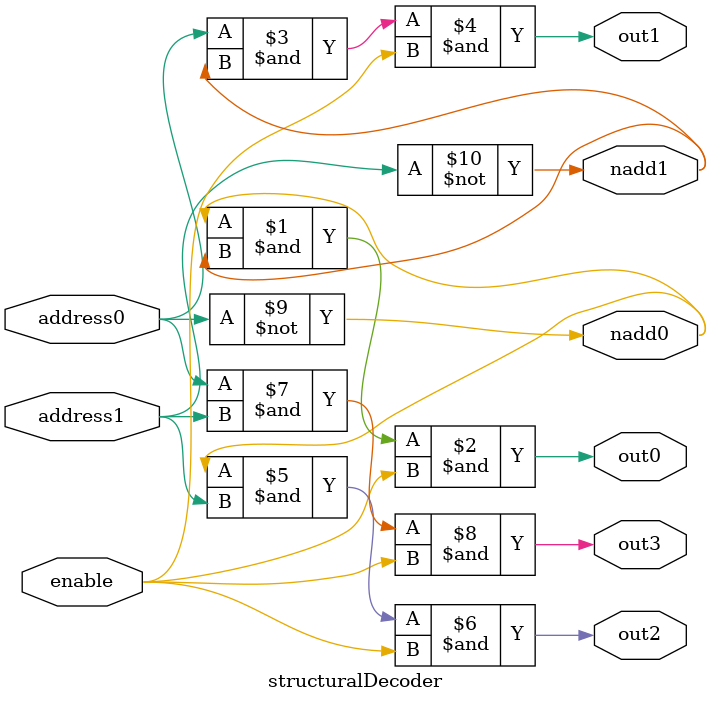
<source format=v>

module behavioralDecoder
(
    output out0, out1, out2, out3,
    input address0, address1,
    input enable
);
    // Uses concatenation and shift operators
    assign {out3,out2,out1,out0}=enable<<{address1,address0};
endmodule


module structuralDecoder
(
    output out0, out1, out2, out3, nadd0, nadd1,
    input address0, address1,
    input enable
);
    // define gates with delays
    `define AND and #50
    `define OR or #50
    `define NOT not #50

    wire nadd0;
    wire nadd1;

    `NOT Ainv(nadd0, address0);
    `NOT Binv(nadd1, address1);

    `AND andgateA(out0,nadd0,nadd1,enable);
    `AND andgateB(out1,address0,nadd1,enable);
    `AND andgateC(out2,nadd0,address1,enable);
    `AND andgateD(out3,address0,address1,enable);

endmodule


</source>
